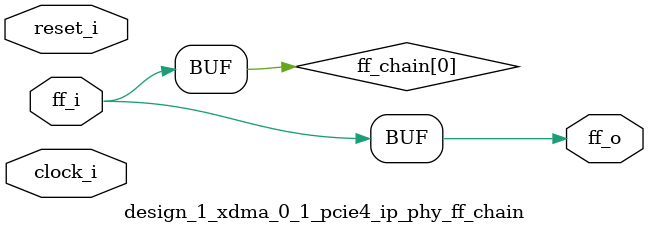
<source format=v>
/*****************************************************************************
** Description:
**    Flop Chain
**
******************************************************************************/

`timescale 1ps/1ps

`define AS_PHYREG(clk, reset, q, d, rstval)  \
   always @(posedge clk or posedge reset) begin \
      if (reset) \
         q  <= #(TCQ)   rstval;  \
      else  \
         q  <= #(TCQ)   d; \
   end

`define PHYREG(clk, reset, q, d, rstval)  \
   always @(posedge clk) begin \
      if (reset) \
         q  <= #(TCQ)   rstval;  \
      else  \
         q  <= #(TCQ)   d; \
   end

(* DowngradeIPIdentifiedWarnings = "yes" *)
module design_1_xdma_0_1_pcie4_ip_phy_ff_chain #(
   // Parameters
   parameter integer PIPELINE_STAGES   = 0,        // 0 = no pipeline; 1 = 1 stage; 2 = 2 stages; 3 = 3 stages
   parameter         ASYNC             = "FALSE",
   parameter integer FF_WIDTH          = 1,
   parameter integer RST_VAL           = 0,
   parameter integer TCQ               = 1
)  (   
   input  wire                         clock_i,          
   input  wire                         reset_i,           
   input  wire [FF_WIDTH-1:0]          ff_i,            
   output wire [FF_WIDTH-1:0]          ff_o        
   );

   genvar   var_i;

   reg   [FF_WIDTH-1:0]          ff_chain [PIPELINE_STAGES:0];

   always @(*) ff_chain[0] = ff_i;

generate
   if (PIPELINE_STAGES > 0) begin:  with_ff_chain
      for (var_i = 0; var_i < PIPELINE_STAGES; var_i = var_i + 1) begin: ff_chain_gen
         if (ASYNC == "TRUE") begin: async_rst
            `AS_PHYREG(clock_i, reset_i, ff_chain[var_i+1], ff_chain[var_i], RST_VAL)
         end else begin: sync_rst
            `PHYREG(clock_i, reset_i, ff_chain[var_i+1], ff_chain[var_i], RST_VAL)
         end
      end
   end
endgenerate

   assign ff_o = ff_chain[PIPELINE_STAGES];

endmodule

</source>
